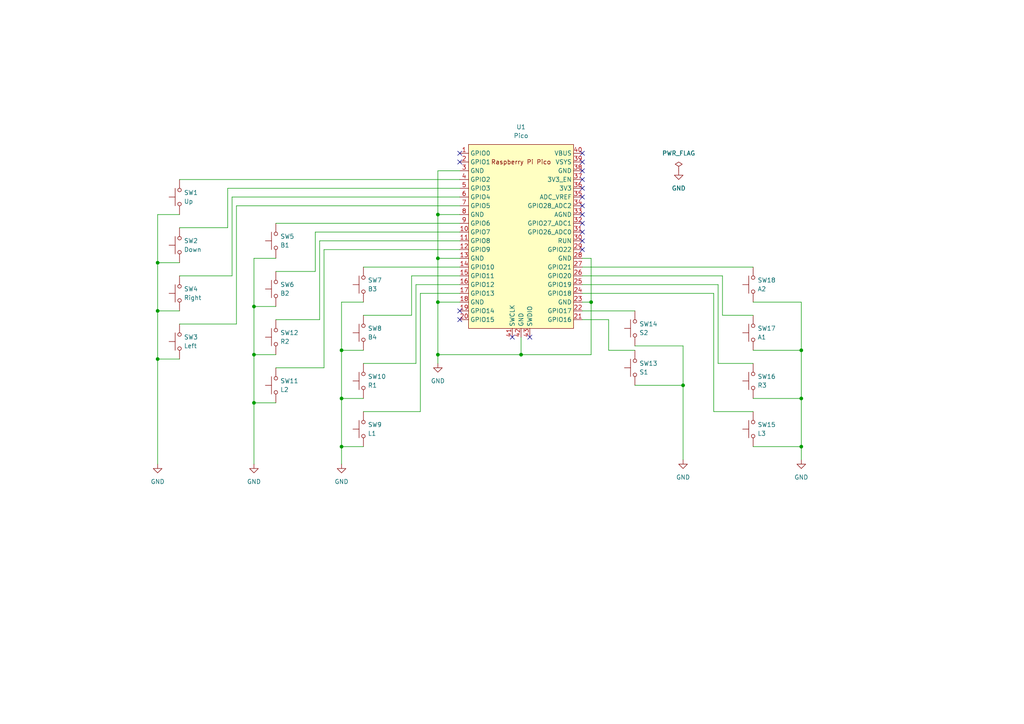
<source format=kicad_sch>
(kicad_sch (version 20230121) (generator eeschema)

  (uuid c62fe72f-3398-4c65-aabd-7526b9fed17b)

  (paper "A4")

  (lib_symbols
    (symbol "MCU_RaspberryPi_and_Boards:Pico" (in_bom yes) (on_board yes)
      (property "Reference" "U" (at -13.97 27.94 0)
        (effects (font (size 1.27 1.27)))
      )
      (property "Value" "Pico" (at 0 19.05 0)
        (effects (font (size 1.27 1.27)))
      )
      (property "Footprint" "RPi_Pico:RPi_Pico_SMD_TH" (at 0 0 90)
        (effects (font (size 1.27 1.27)) hide)
      )
      (property "Datasheet" "" (at 0 0 0)
        (effects (font (size 1.27 1.27)) hide)
      )
      (symbol "Pico_0_0"
        (text "Raspberry Pi Pico" (at 0 21.59 0)
          (effects (font (size 1.27 1.27)))
        )
      )
      (symbol "Pico_0_1"
        (rectangle (start -15.24 26.67) (end 15.24 -26.67)
          (stroke (width 0) (type default))
          (fill (type background))
        )
      )
      (symbol "Pico_1_1"
        (pin bidirectional line (at -17.78 24.13 0) (length 2.54)
          (name "GPIO0" (effects (font (size 1.27 1.27))))
          (number "1" (effects (font (size 1.27 1.27))))
        )
        (pin bidirectional line (at -17.78 1.27 0) (length 2.54)
          (name "GPIO7" (effects (font (size 1.27 1.27))))
          (number "10" (effects (font (size 1.27 1.27))))
        )
        (pin bidirectional line (at -17.78 -1.27 0) (length 2.54)
          (name "GPIO8" (effects (font (size 1.27 1.27))))
          (number "11" (effects (font (size 1.27 1.27))))
        )
        (pin bidirectional line (at -17.78 -3.81 0) (length 2.54)
          (name "GPIO9" (effects (font (size 1.27 1.27))))
          (number "12" (effects (font (size 1.27 1.27))))
        )
        (pin power_in line (at -17.78 -6.35 0) (length 2.54)
          (name "GND" (effects (font (size 1.27 1.27))))
          (number "13" (effects (font (size 1.27 1.27))))
        )
        (pin bidirectional line (at -17.78 -8.89 0) (length 2.54)
          (name "GPIO10" (effects (font (size 1.27 1.27))))
          (number "14" (effects (font (size 1.27 1.27))))
        )
        (pin bidirectional line (at -17.78 -11.43 0) (length 2.54)
          (name "GPIO11" (effects (font (size 1.27 1.27))))
          (number "15" (effects (font (size 1.27 1.27))))
        )
        (pin bidirectional line (at -17.78 -13.97 0) (length 2.54)
          (name "GPIO12" (effects (font (size 1.27 1.27))))
          (number "16" (effects (font (size 1.27 1.27))))
        )
        (pin bidirectional line (at -17.78 -16.51 0) (length 2.54)
          (name "GPIO13" (effects (font (size 1.27 1.27))))
          (number "17" (effects (font (size 1.27 1.27))))
        )
        (pin power_in line (at -17.78 -19.05 0) (length 2.54)
          (name "GND" (effects (font (size 1.27 1.27))))
          (number "18" (effects (font (size 1.27 1.27))))
        )
        (pin bidirectional line (at -17.78 -21.59 0) (length 2.54)
          (name "GPIO14" (effects (font (size 1.27 1.27))))
          (number "19" (effects (font (size 1.27 1.27))))
        )
        (pin bidirectional line (at -17.78 21.59 0) (length 2.54)
          (name "GPIO1" (effects (font (size 1.27 1.27))))
          (number "2" (effects (font (size 1.27 1.27))))
        )
        (pin bidirectional line (at -17.78 -24.13 0) (length 2.54)
          (name "GPIO15" (effects (font (size 1.27 1.27))))
          (number "20" (effects (font (size 1.27 1.27))))
        )
        (pin bidirectional line (at 17.78 -24.13 180) (length 2.54)
          (name "GPIO16" (effects (font (size 1.27 1.27))))
          (number "21" (effects (font (size 1.27 1.27))))
        )
        (pin bidirectional line (at 17.78 -21.59 180) (length 2.54)
          (name "GPIO17" (effects (font (size 1.27 1.27))))
          (number "22" (effects (font (size 1.27 1.27))))
        )
        (pin power_in line (at 17.78 -19.05 180) (length 2.54)
          (name "GND" (effects (font (size 1.27 1.27))))
          (number "23" (effects (font (size 1.27 1.27))))
        )
        (pin bidirectional line (at 17.78 -16.51 180) (length 2.54)
          (name "GPIO18" (effects (font (size 1.27 1.27))))
          (number "24" (effects (font (size 1.27 1.27))))
        )
        (pin bidirectional line (at 17.78 -13.97 180) (length 2.54)
          (name "GPIO19" (effects (font (size 1.27 1.27))))
          (number "25" (effects (font (size 1.27 1.27))))
        )
        (pin bidirectional line (at 17.78 -11.43 180) (length 2.54)
          (name "GPIO20" (effects (font (size 1.27 1.27))))
          (number "26" (effects (font (size 1.27 1.27))))
        )
        (pin bidirectional line (at 17.78 -8.89 180) (length 2.54)
          (name "GPIO21" (effects (font (size 1.27 1.27))))
          (number "27" (effects (font (size 1.27 1.27))))
        )
        (pin power_in line (at 17.78 -6.35 180) (length 2.54)
          (name "GND" (effects (font (size 1.27 1.27))))
          (number "28" (effects (font (size 1.27 1.27))))
        )
        (pin bidirectional line (at 17.78 -3.81 180) (length 2.54)
          (name "GPIO22" (effects (font (size 1.27 1.27))))
          (number "29" (effects (font (size 1.27 1.27))))
        )
        (pin power_in line (at -17.78 19.05 0) (length 2.54)
          (name "GND" (effects (font (size 1.27 1.27))))
          (number "3" (effects (font (size 1.27 1.27))))
        )
        (pin input line (at 17.78 -1.27 180) (length 2.54)
          (name "RUN" (effects (font (size 1.27 1.27))))
          (number "30" (effects (font (size 1.27 1.27))))
        )
        (pin bidirectional line (at 17.78 1.27 180) (length 2.54)
          (name "GPIO26_ADC0" (effects (font (size 1.27 1.27))))
          (number "31" (effects (font (size 1.27 1.27))))
        )
        (pin bidirectional line (at 17.78 3.81 180) (length 2.54)
          (name "GPIO27_ADC1" (effects (font (size 1.27 1.27))))
          (number "32" (effects (font (size 1.27 1.27))))
        )
        (pin power_in line (at 17.78 6.35 180) (length 2.54)
          (name "AGND" (effects (font (size 1.27 1.27))))
          (number "33" (effects (font (size 1.27 1.27))))
        )
        (pin bidirectional line (at 17.78 8.89 180) (length 2.54)
          (name "GPIO28_ADC2" (effects (font (size 1.27 1.27))))
          (number "34" (effects (font (size 1.27 1.27))))
        )
        (pin power_in line (at 17.78 11.43 180) (length 2.54)
          (name "ADC_VREF" (effects (font (size 1.27 1.27))))
          (number "35" (effects (font (size 1.27 1.27))))
        )
        (pin power_in line (at 17.78 13.97 180) (length 2.54)
          (name "3V3" (effects (font (size 1.27 1.27))))
          (number "36" (effects (font (size 1.27 1.27))))
        )
        (pin input line (at 17.78 16.51 180) (length 2.54)
          (name "3V3_EN" (effects (font (size 1.27 1.27))))
          (number "37" (effects (font (size 1.27 1.27))))
        )
        (pin bidirectional line (at 17.78 19.05 180) (length 2.54)
          (name "GND" (effects (font (size 1.27 1.27))))
          (number "38" (effects (font (size 1.27 1.27))))
        )
        (pin power_in line (at 17.78 21.59 180) (length 2.54)
          (name "VSYS" (effects (font (size 1.27 1.27))))
          (number "39" (effects (font (size 1.27 1.27))))
        )
        (pin bidirectional line (at -17.78 16.51 0) (length 2.54)
          (name "GPIO2" (effects (font (size 1.27 1.27))))
          (number "4" (effects (font (size 1.27 1.27))))
        )
        (pin power_in line (at 17.78 24.13 180) (length 2.54)
          (name "VBUS" (effects (font (size 1.27 1.27))))
          (number "40" (effects (font (size 1.27 1.27))))
        )
        (pin input line (at -2.54 -29.21 90) (length 2.54)
          (name "SWCLK" (effects (font (size 1.27 1.27))))
          (number "41" (effects (font (size 1.27 1.27))))
        )
        (pin power_in line (at 0 -29.21 90) (length 2.54)
          (name "GND" (effects (font (size 1.27 1.27))))
          (number "42" (effects (font (size 1.27 1.27))))
        )
        (pin bidirectional line (at 2.54 -29.21 90) (length 2.54)
          (name "SWDIO" (effects (font (size 1.27 1.27))))
          (number "43" (effects (font (size 1.27 1.27))))
        )
        (pin bidirectional line (at -17.78 13.97 0) (length 2.54)
          (name "GPIO3" (effects (font (size 1.27 1.27))))
          (number "5" (effects (font (size 1.27 1.27))))
        )
        (pin bidirectional line (at -17.78 11.43 0) (length 2.54)
          (name "GPIO4" (effects (font (size 1.27 1.27))))
          (number "6" (effects (font (size 1.27 1.27))))
        )
        (pin bidirectional line (at -17.78 8.89 0) (length 2.54)
          (name "GPIO5" (effects (font (size 1.27 1.27))))
          (number "7" (effects (font (size 1.27 1.27))))
        )
        (pin power_in line (at -17.78 6.35 0) (length 2.54)
          (name "GND" (effects (font (size 1.27 1.27))))
          (number "8" (effects (font (size 1.27 1.27))))
        )
        (pin bidirectional line (at -17.78 3.81 0) (length 2.54)
          (name "GPIO6" (effects (font (size 1.27 1.27))))
          (number "9" (effects (font (size 1.27 1.27))))
        )
      )
    )
    (symbol "Switch:SW_Push" (pin_numbers hide) (pin_names (offset 1.016) hide) (in_bom yes) (on_board yes)
      (property "Reference" "SW" (at 1.27 2.54 0)
        (effects (font (size 1.27 1.27)) (justify left))
      )
      (property "Value" "SW_Push" (at 0 -1.524 0)
        (effects (font (size 1.27 1.27)))
      )
      (property "Footprint" "" (at 0 5.08 0)
        (effects (font (size 1.27 1.27)) hide)
      )
      (property "Datasheet" "~" (at 0 5.08 0)
        (effects (font (size 1.27 1.27)) hide)
      )
      (property "ki_keywords" "switch normally-open pushbutton push-button" (at 0 0 0)
        (effects (font (size 1.27 1.27)) hide)
      )
      (property "ki_description" "Push button switch, generic, two pins" (at 0 0 0)
        (effects (font (size 1.27 1.27)) hide)
      )
      (symbol "SW_Push_0_1"
        (circle (center -2.032 0) (radius 0.508)
          (stroke (width 0) (type default))
          (fill (type none))
        )
        (polyline
          (pts
            (xy 0 1.27)
            (xy 0 3.048)
          )
          (stroke (width 0) (type default))
          (fill (type none))
        )
        (polyline
          (pts
            (xy 2.54 1.27)
            (xy -2.54 1.27)
          )
          (stroke (width 0) (type default))
          (fill (type none))
        )
        (circle (center 2.032 0) (radius 0.508)
          (stroke (width 0) (type default))
          (fill (type none))
        )
        (pin passive line (at -5.08 0 0) (length 2.54)
          (name "1" (effects (font (size 1.27 1.27))))
          (number "1" (effects (font (size 1.27 1.27))))
        )
        (pin passive line (at 5.08 0 180) (length 2.54)
          (name "2" (effects (font (size 1.27 1.27))))
          (number "2" (effects (font (size 1.27 1.27))))
        )
      )
    )
    (symbol "power:GND" (power) (pin_names (offset 0)) (in_bom yes) (on_board yes)
      (property "Reference" "#PWR" (at 0 -6.35 0)
        (effects (font (size 1.27 1.27)) hide)
      )
      (property "Value" "GND" (at 0 -3.81 0)
        (effects (font (size 1.27 1.27)))
      )
      (property "Footprint" "" (at 0 0 0)
        (effects (font (size 1.27 1.27)) hide)
      )
      (property "Datasheet" "" (at 0 0 0)
        (effects (font (size 1.27 1.27)) hide)
      )
      (property "ki_keywords" "global power" (at 0 0 0)
        (effects (font (size 1.27 1.27)) hide)
      )
      (property "ki_description" "Power symbol creates a global label with name \"GND\" , ground" (at 0 0 0)
        (effects (font (size 1.27 1.27)) hide)
      )
      (symbol "GND_0_1"
        (polyline
          (pts
            (xy 0 0)
            (xy 0 -1.27)
            (xy 1.27 -1.27)
            (xy 0 -2.54)
            (xy -1.27 -1.27)
            (xy 0 -1.27)
          )
          (stroke (width 0) (type default))
          (fill (type none))
        )
      )
      (symbol "GND_1_1"
        (pin power_in line (at 0 0 270) (length 0) hide
          (name "GND" (effects (font (size 1.27 1.27))))
          (number "1" (effects (font (size 1.27 1.27))))
        )
      )
    )
    (symbol "power:PWR_FLAG" (power) (pin_numbers hide) (pin_names (offset 0) hide) (in_bom yes) (on_board yes)
      (property "Reference" "#FLG" (at 0 1.905 0)
        (effects (font (size 1.27 1.27)) hide)
      )
      (property "Value" "PWR_FLAG" (at 0 3.81 0)
        (effects (font (size 1.27 1.27)))
      )
      (property "Footprint" "" (at 0 0 0)
        (effects (font (size 1.27 1.27)) hide)
      )
      (property "Datasheet" "~" (at 0 0 0)
        (effects (font (size 1.27 1.27)) hide)
      )
      (property "ki_keywords" "flag power" (at 0 0 0)
        (effects (font (size 1.27 1.27)) hide)
      )
      (property "ki_description" "Special symbol for telling ERC where power comes from" (at 0 0 0)
        (effects (font (size 1.27 1.27)) hide)
      )
      (symbol "PWR_FLAG_0_0"
        (pin power_out line (at 0 0 90) (length 0)
          (name "pwr" (effects (font (size 1.27 1.27))))
          (number "1" (effects (font (size 1.27 1.27))))
        )
      )
      (symbol "PWR_FLAG_0_1"
        (polyline
          (pts
            (xy 0 0)
            (xy 0 1.27)
            (xy -1.016 1.905)
            (xy 0 2.54)
            (xy 1.016 1.905)
            (xy 0 1.27)
          )
          (stroke (width 0) (type default))
          (fill (type none))
        )
      )
    )
  )

  (junction (at 151.13 102.87) (diameter 0) (color 0 0 0 0)
    (uuid 0a254aeb-4661-4129-8531-75e229b14aac)
  )
  (junction (at 99.06 101.6) (diameter 0) (color 0 0 0 0)
    (uuid 134adae5-5cb8-4bb4-b7a4-0f161548efd3)
  )
  (junction (at 198.12 111.76) (diameter 0) (color 0 0 0 0)
    (uuid 4d4b2106-6380-4f89-affa-ca4566770af5)
  )
  (junction (at 127 74.93) (diameter 0) (color 0 0 0 0)
    (uuid 5535e512-f7ca-4662-b45e-b9580b42e2eb)
  )
  (junction (at 171.45 87.63) (diameter 0) (color 0 0 0 0)
    (uuid 63098e41-16a4-407a-ba17-fcf651325fea)
  )
  (junction (at 73.66 116.84) (diameter 0) (color 0 0 0 0)
    (uuid 678e6499-9be6-4795-a6fb-24125abb9fe4)
  )
  (junction (at 232.41 101.6) (diameter 0) (color 0 0 0 0)
    (uuid 95b2aecb-378e-4e4a-90a1-c99d57343404)
  )
  (junction (at 73.66 88.9) (diameter 0) (color 0 0 0 0)
    (uuid 9c040be1-45d4-4a44-820e-65e70ca2846f)
  )
  (junction (at 127 87.63) (diameter 0) (color 0 0 0 0)
    (uuid 9cabca2a-4512-46b2-bf78-2c3eb9cfc800)
  )
  (junction (at 45.72 90.17) (diameter 0) (color 0 0 0 0)
    (uuid bafe2b01-ae53-49a5-bcbc-7382dc71b6f2)
  )
  (junction (at 73.66 102.87) (diameter 0) (color 0 0 0 0)
    (uuid bdc5a952-58a9-4840-9ea7-b1df9330ed78)
  )
  (junction (at 127 102.87) (diameter 0) (color 0 0 0 0)
    (uuid c20b1f80-d14a-43ab-99f5-498823512b35)
  )
  (junction (at 232.41 115.57) (diameter 0) (color 0 0 0 0)
    (uuid c3513fde-4620-418f-a11d-e394c1fee2c1)
  )
  (junction (at 127 62.23) (diameter 0) (color 0 0 0 0)
    (uuid c53aeefc-9deb-428b-9222-cfd023735fb2)
  )
  (junction (at 99.06 115.57) (diameter 0) (color 0 0 0 0)
    (uuid c74fa648-2666-45cf-9fee-384804d90143)
  )
  (junction (at 45.72 76.2) (diameter 0) (color 0 0 0 0)
    (uuid c88c0bd5-fab4-4f9a-b04b-3511c4b0d57a)
  )
  (junction (at 45.72 104.14) (diameter 0) (color 0 0 0 0)
    (uuid d5ff3a39-2582-4ea8-ad83-a47b72fb9197)
  )
  (junction (at 99.06 129.54) (diameter 0) (color 0 0 0 0)
    (uuid dca9739f-b057-4958-89f7-f2fab0865847)
  )
  (junction (at 232.41 129.54) (diameter 0) (color 0 0 0 0)
    (uuid fc724de2-f925-4161-b584-7351550156c6)
  )

  (no_connect (at 168.91 44.45) (uuid 0a676504-f7b5-4d50-b49d-f61cda16cd49))
  (no_connect (at 168.91 49.53) (uuid 10c49815-0009-4d5d-a732-2919036bbea3))
  (no_connect (at 168.91 72.39) (uuid 1e248d72-6406-4920-9fe2-fab5c61c7d29))
  (no_connect (at 168.91 67.31) (uuid 21632d0f-e671-47e0-81ff-9504db0fdd61))
  (no_connect (at 168.91 64.77) (uuid 24f34921-5cdc-438e-a784-4caa584d9155))
  (no_connect (at 148.59 97.79) (uuid 265e609e-c64d-4c28-bcd9-d763760b80e3))
  (no_connect (at 133.35 90.17) (uuid 2b9672ee-296f-4fb8-8d1b-c9d7aa82f075))
  (no_connect (at 168.91 46.99) (uuid 2ba286a2-bc58-4016-ad44-aaa14763ec4b))
  (no_connect (at 168.91 54.61) (uuid 4e0627f4-93b6-4c92-a83b-9e530ee51410))
  (no_connect (at 168.91 57.15) (uuid 66687964-d924-4f21-84fc-de45255bb362))
  (no_connect (at 153.67 97.79) (uuid 66f64666-ab23-423b-96a5-d53e783139b1))
  (no_connect (at 168.91 69.85) (uuid 80b01759-db96-498e-9db5-bb566cbcd090))
  (no_connect (at 133.35 46.99) (uuid 8c57ecb5-c5dc-4661-8527-b3ab2425971d))
  (no_connect (at 168.91 62.23) (uuid aa0023de-c492-465c-9d76-4c4184c0f606))
  (no_connect (at 133.35 92.71) (uuid c50abcd3-22c1-40c3-ba8f-53b01cddb893))
  (no_connect (at 168.91 52.07) (uuid d0f00117-a0e6-4725-81f2-8bf8478d607b))
  (no_connect (at 168.91 59.69) (uuid e25174eb-57e6-4897-aceb-00d5e9c71564))
  (no_connect (at 133.35 44.45) (uuid f3b2a053-48c7-4b63-bc1e-6f46cac6ea3f))

  (wire (pts (xy 93.98 72.39) (xy 133.35 72.39))
    (stroke (width 0) (type default))
    (uuid 0034d07a-8466-4cc4-9007-4b2107e68709)
  )
  (wire (pts (xy 67.31 80.01) (xy 52.07 80.01))
    (stroke (width 0) (type default))
    (uuid 00a7328d-750e-4754-8c98-31c34b4bca43)
  )
  (wire (pts (xy 232.41 87.63) (xy 232.41 101.6))
    (stroke (width 0) (type default))
    (uuid 0177edf2-55d4-4d65-976e-9f5a91c2739c)
  )
  (wire (pts (xy 45.72 90.17) (xy 52.07 90.17))
    (stroke (width 0) (type default))
    (uuid 03775234-5685-408a-8524-80a17f56e20b)
  )
  (wire (pts (xy 198.12 100.33) (xy 198.12 111.76))
    (stroke (width 0) (type default))
    (uuid 03831461-f804-4982-9994-af786e3cf5ab)
  )
  (wire (pts (xy 127 62.23) (xy 133.35 62.23))
    (stroke (width 0) (type default))
    (uuid 05623e29-0102-45fa-b102-897639297f51)
  )
  (wire (pts (xy 80.01 64.77) (xy 133.35 64.77))
    (stroke (width 0) (type default))
    (uuid 080621ce-3c52-4e25-bc57-4848fbd926cc)
  )
  (wire (pts (xy 218.44 129.54) (xy 232.41 129.54))
    (stroke (width 0) (type default))
    (uuid 0b75b8e2-791c-4295-9537-82ca83a820b2)
  )
  (wire (pts (xy 92.71 69.85) (xy 133.35 69.85))
    (stroke (width 0) (type default))
    (uuid 1064a20c-a512-4b1b-98ba-91cfaa155979)
  )
  (wire (pts (xy 73.66 88.9) (xy 80.01 88.9))
    (stroke (width 0) (type default))
    (uuid 18df8488-1e3c-4fd4-bcac-ed18546246e8)
  )
  (wire (pts (xy 73.66 74.93) (xy 73.66 88.9))
    (stroke (width 0) (type default))
    (uuid 1a015356-0423-425c-bd71-49f683ed035e)
  )
  (wire (pts (xy 73.66 102.87) (xy 80.01 102.87))
    (stroke (width 0) (type default))
    (uuid 1ff78508-60b4-4bee-b5f4-18f0f6628404)
  )
  (wire (pts (xy 52.07 93.98) (xy 68.58 93.98))
    (stroke (width 0) (type default))
    (uuid 21236442-ed14-40e5-b99b-0ff0f730e1b7)
  )
  (wire (pts (xy 99.06 101.6) (xy 99.06 115.57))
    (stroke (width 0) (type default))
    (uuid 223b5202-8970-40f5-be05-46eb57ac640f)
  )
  (wire (pts (xy 73.66 116.84) (xy 73.66 134.62))
    (stroke (width 0) (type default))
    (uuid 257836ab-1dc6-498a-82da-ab1ebe88c228)
  )
  (wire (pts (xy 208.28 82.55) (xy 208.28 105.41))
    (stroke (width 0) (type default))
    (uuid 297ca351-0e1e-4c92-9b72-0f7300b53afa)
  )
  (wire (pts (xy 91.44 67.31) (xy 133.35 67.31))
    (stroke (width 0) (type default))
    (uuid 2a3c7871-d29e-4d26-87ec-7f59d91d1a01)
  )
  (wire (pts (xy 52.07 62.23) (xy 45.72 62.23))
    (stroke (width 0) (type default))
    (uuid 2d8631fe-5f26-41ef-a16f-b9609d5e20f8)
  )
  (wire (pts (xy 66.04 66.04) (xy 66.04 54.61))
    (stroke (width 0) (type default))
    (uuid 31945093-4af4-40c8-be69-f07c989c9327)
  )
  (wire (pts (xy 119.38 80.01) (xy 133.35 80.01))
    (stroke (width 0) (type default))
    (uuid 3347f2cc-ddbf-4339-9a6c-a37fb10c6ee3)
  )
  (wire (pts (xy 68.58 59.69) (xy 133.35 59.69))
    (stroke (width 0) (type default))
    (uuid 33f751d2-9941-4ffd-9a21-779d2e6c4950)
  )
  (wire (pts (xy 80.01 78.74) (xy 91.44 78.74))
    (stroke (width 0) (type default))
    (uuid 3553694b-dc74-4927-9ee9-70be6f61666f)
  )
  (wire (pts (xy 127 102.87) (xy 127 105.41))
    (stroke (width 0) (type default))
    (uuid 374815ca-2fc3-4ca9-8f0a-3485b0d0c944)
  )
  (wire (pts (xy 171.45 87.63) (xy 171.45 102.87))
    (stroke (width 0) (type default))
    (uuid 3850c07a-930a-4692-aa86-e5bd138a72f7)
  )
  (wire (pts (xy 168.91 77.47) (xy 218.44 77.47))
    (stroke (width 0) (type default))
    (uuid 395cf2a8-f3ae-4087-8361-794b09464905)
  )
  (wire (pts (xy 67.31 57.15) (xy 67.31 80.01))
    (stroke (width 0) (type default))
    (uuid 3cb35147-8215-4ff9-9d71-97b5647e7f3c)
  )
  (wire (pts (xy 168.91 82.55) (xy 208.28 82.55))
    (stroke (width 0) (type default))
    (uuid 40056dd6-480e-43a5-96da-0e50b9b6836b)
  )
  (wire (pts (xy 92.71 92.71) (xy 80.01 92.71))
    (stroke (width 0) (type default))
    (uuid 410eb4f3-3432-4e82-97a0-ce09842b851b)
  )
  (wire (pts (xy 93.98 106.68) (xy 93.98 72.39))
    (stroke (width 0) (type default))
    (uuid 4185cb7e-41a3-4033-aa87-8cba658dcdcd)
  )
  (wire (pts (xy 99.06 129.54) (xy 99.06 134.62))
    (stroke (width 0) (type default))
    (uuid 46d8e5ee-8631-4eee-99fc-92d195d8ecac)
  )
  (wire (pts (xy 92.71 69.85) (xy 92.71 92.71))
    (stroke (width 0) (type default))
    (uuid 485a5da6-4d35-4f59-8f5a-d4b34fac0341)
  )
  (wire (pts (xy 151.13 97.79) (xy 151.13 102.87))
    (stroke (width 0) (type default))
    (uuid 492005f9-b823-486e-acb4-1f9bb50ad657)
  )
  (wire (pts (xy 80.01 74.93) (xy 73.66 74.93))
    (stroke (width 0) (type default))
    (uuid 50674b90-0640-4282-9fb5-739acafb9595)
  )
  (wire (pts (xy 127 74.93) (xy 127 87.63))
    (stroke (width 0) (type default))
    (uuid 507a5709-1ca8-4e36-b222-743a425eb231)
  )
  (wire (pts (xy 121.92 85.09) (xy 133.35 85.09))
    (stroke (width 0) (type default))
    (uuid 50dad72f-7f9f-4a8c-a0ca-2f461afbcfa7)
  )
  (wire (pts (xy 105.41 77.47) (xy 133.35 77.47))
    (stroke (width 0) (type default))
    (uuid 53331b87-3cfb-4358-b92f-9e943922add2)
  )
  (wire (pts (xy 168.91 90.17) (xy 184.15 90.17))
    (stroke (width 0) (type default))
    (uuid 54baee33-cae3-4ead-b67a-56f4e3b82559)
  )
  (wire (pts (xy 218.44 101.6) (xy 232.41 101.6))
    (stroke (width 0) (type default))
    (uuid 5898a0f6-dcfc-4099-a1e8-da181ad16f98)
  )
  (wire (pts (xy 99.06 115.57) (xy 105.41 115.57))
    (stroke (width 0) (type default))
    (uuid 5ac0cc03-bd9e-497b-ac66-f8cb14400d3d)
  )
  (wire (pts (xy 73.66 88.9) (xy 73.66 102.87))
    (stroke (width 0) (type default))
    (uuid 5c9a1be9-2055-4c80-ba21-e28ecee49d80)
  )
  (wire (pts (xy 105.41 119.38) (xy 121.92 119.38))
    (stroke (width 0) (type default))
    (uuid 61f498e2-4d52-4163-a65e-2d9355e00730)
  )
  (wire (pts (xy 45.72 104.14) (xy 45.72 134.62))
    (stroke (width 0) (type default))
    (uuid 63ce9940-63ba-41ba-a632-3f0cdf9683e0)
  )
  (wire (pts (xy 127 49.53) (xy 127 62.23))
    (stroke (width 0) (type default))
    (uuid 643f3341-1656-4430-86bd-f27c325bbdcf)
  )
  (wire (pts (xy 168.91 74.93) (xy 171.45 74.93))
    (stroke (width 0) (type default))
    (uuid 6467ea27-8195-4b45-a027-309ef33e3025)
  )
  (wire (pts (xy 209.55 80.01) (xy 209.55 91.44))
    (stroke (width 0) (type default))
    (uuid 6a010b11-63b7-41c1-b7c9-0f51c4a9baca)
  )
  (wire (pts (xy 127 62.23) (xy 127 74.93))
    (stroke (width 0) (type default))
    (uuid 6a7b9adf-30ff-46eb-a82d-babbc6c6c868)
  )
  (wire (pts (xy 127 87.63) (xy 133.35 87.63))
    (stroke (width 0) (type default))
    (uuid 6ba1bfb2-6eac-4010-b8fd-7ad1e0f2f827)
  )
  (wire (pts (xy 73.66 116.84) (xy 80.01 116.84))
    (stroke (width 0) (type default))
    (uuid 73bd24f0-f965-4f04-968c-da159440b3ce)
  )
  (wire (pts (xy 99.06 115.57) (xy 99.06 129.54))
    (stroke (width 0) (type default))
    (uuid 777c6379-4898-4894-86f2-20763f7c63be)
  )
  (wire (pts (xy 168.91 80.01) (xy 209.55 80.01))
    (stroke (width 0) (type default))
    (uuid 7919f53f-f10f-4ac7-863d-572eb4c76545)
  )
  (wire (pts (xy 45.72 62.23) (xy 45.72 76.2))
    (stroke (width 0) (type default))
    (uuid 7c7342a3-9d6f-4f75-9f3d-e116eaef90f1)
  )
  (wire (pts (xy 171.45 102.87) (xy 151.13 102.87))
    (stroke (width 0) (type default))
    (uuid 7cfa2680-5d21-4bd3-bf26-05e02ead95d3)
  )
  (wire (pts (xy 207.01 119.38) (xy 218.44 119.38))
    (stroke (width 0) (type default))
    (uuid 7d7ce679-e526-48a6-be97-d6594814d449)
  )
  (wire (pts (xy 52.07 66.04) (xy 66.04 66.04))
    (stroke (width 0) (type default))
    (uuid 806dbdf2-badf-43aa-a888-be9ffe704d57)
  )
  (wire (pts (xy 73.66 102.87) (xy 73.66 116.84))
    (stroke (width 0) (type default))
    (uuid 87431ed0-f562-4f71-9d56-9763ecf5f4ae)
  )
  (wire (pts (xy 218.44 87.63) (xy 232.41 87.63))
    (stroke (width 0) (type default))
    (uuid 88365aca-f873-4c1f-94f1-2c1d2d61fd27)
  )
  (wire (pts (xy 66.04 54.61) (xy 133.35 54.61))
    (stroke (width 0) (type default))
    (uuid 88a2d3c2-e7ee-4a79-afff-5a3885710a06)
  )
  (wire (pts (xy 176.53 92.71) (xy 176.53 101.6))
    (stroke (width 0) (type default))
    (uuid 8b865d85-5df7-4330-afdd-0c58243bea6b)
  )
  (wire (pts (xy 91.44 78.74) (xy 91.44 67.31))
    (stroke (width 0) (type default))
    (uuid 8f09ae70-75ac-49e7-8db6-fb37a3eedb05)
  )
  (wire (pts (xy 184.15 111.76) (xy 198.12 111.76))
    (stroke (width 0) (type default))
    (uuid 90b97868-3948-4cf5-bbda-e79f39782a32)
  )
  (wire (pts (xy 120.65 82.55) (xy 120.65 105.41))
    (stroke (width 0) (type default))
    (uuid 93b7a117-a7e4-40c0-972d-286a39dfdd3a)
  )
  (wire (pts (xy 232.41 129.54) (xy 232.41 133.35))
    (stroke (width 0) (type default))
    (uuid 93ed0268-0645-46c1-9ffe-506ffeea1918)
  )
  (wire (pts (xy 176.53 101.6) (xy 184.15 101.6))
    (stroke (width 0) (type default))
    (uuid 9422d869-97d9-49f1-aefb-7134a27f5d4e)
  )
  (wire (pts (xy 168.91 92.71) (xy 176.53 92.71))
    (stroke (width 0) (type default))
    (uuid 94692a4e-4756-48d1-8f40-937e7e6035b8)
  )
  (wire (pts (xy 121.92 119.38) (xy 121.92 85.09))
    (stroke (width 0) (type default))
    (uuid 94bb0172-2dd2-45a5-979b-532545b17ccc)
  )
  (wire (pts (xy 45.72 104.14) (xy 52.07 104.14))
    (stroke (width 0) (type default))
    (uuid a034f87c-ac3f-418e-9c59-cc3d3870b0b9)
  )
  (wire (pts (xy 45.72 76.2) (xy 52.07 76.2))
    (stroke (width 0) (type default))
    (uuid a75b9f4f-ec06-4884-9d4f-3d1f16927e02)
  )
  (wire (pts (xy 68.58 93.98) (xy 68.58 59.69))
    (stroke (width 0) (type default))
    (uuid a89135a9-6ad9-4dfc-8a52-ff45bec84efb)
  )
  (wire (pts (xy 218.44 115.57) (xy 232.41 115.57))
    (stroke (width 0) (type default))
    (uuid a9faca80-7c18-47dc-9eb0-cd94d579b64e)
  )
  (wire (pts (xy 209.55 91.44) (xy 218.44 91.44))
    (stroke (width 0) (type default))
    (uuid aa69627a-a25a-46b8-8ecf-f9472f0a7b88)
  )
  (wire (pts (xy 99.06 101.6) (xy 105.41 101.6))
    (stroke (width 0) (type default))
    (uuid ac2eb0c9-b882-4b1c-904c-504b71b1c055)
  )
  (wire (pts (xy 208.28 105.41) (xy 218.44 105.41))
    (stroke (width 0) (type default))
    (uuid b18360a0-f96b-4c1f-a6df-9fd76117cd57)
  )
  (wire (pts (xy 207.01 85.09) (xy 207.01 119.38))
    (stroke (width 0) (type default))
    (uuid b43d2961-fce4-49da-893a-bf1ef8757ae5)
  )
  (wire (pts (xy 45.72 76.2) (xy 45.72 90.17))
    (stroke (width 0) (type default))
    (uuid b6947d7d-48a1-4faa-87b7-f426cd672033)
  )
  (wire (pts (xy 198.12 111.76) (xy 198.12 133.35))
    (stroke (width 0) (type default))
    (uuid b8cfb5ac-e537-4301-81e8-087600d90440)
  )
  (wire (pts (xy 67.31 57.15) (xy 133.35 57.15))
    (stroke (width 0) (type default))
    (uuid bacd3ba0-ab4d-4cb3-8c91-eed1df468c0c)
  )
  (wire (pts (xy 127 74.93) (xy 133.35 74.93))
    (stroke (width 0) (type default))
    (uuid be87eb2f-1589-4e61-8590-59a4e62ea06b)
  )
  (wire (pts (xy 232.41 115.57) (xy 232.41 129.54))
    (stroke (width 0) (type default))
    (uuid cab76e21-9bc1-4ec3-9bb6-01b5d4d7238c)
  )
  (wire (pts (xy 52.07 52.07) (xy 133.35 52.07))
    (stroke (width 0) (type default))
    (uuid cbb2684d-f609-4220-b2a6-4d8d91861598)
  )
  (wire (pts (xy 168.91 87.63) (xy 171.45 87.63))
    (stroke (width 0) (type default))
    (uuid ced2cded-e313-4beb-9a51-72c884f4beb9)
  )
  (wire (pts (xy 120.65 105.41) (xy 105.41 105.41))
    (stroke (width 0) (type default))
    (uuid d53fbce5-d3a5-47d0-8fcd-f036f3ec2bee)
  )
  (wire (pts (xy 127 87.63) (xy 127 102.87))
    (stroke (width 0) (type default))
    (uuid db8ef65c-48b8-403a-95ce-da788617dff3)
  )
  (wire (pts (xy 99.06 87.63) (xy 99.06 101.6))
    (stroke (width 0) (type default))
    (uuid dbacfb89-9e8a-42ea-9091-58e8bfaa6311)
  )
  (wire (pts (xy 120.65 82.55) (xy 133.35 82.55))
    (stroke (width 0) (type default))
    (uuid e092ba49-15ef-48ce-985c-a83c5f4ccabc)
  )
  (wire (pts (xy 127 102.87) (xy 151.13 102.87))
    (stroke (width 0) (type default))
    (uuid e2c64a28-96a2-4e9f-b007-51bccaf4ac35)
  )
  (wire (pts (xy 45.72 90.17) (xy 45.72 104.14))
    (stroke (width 0) (type default))
    (uuid e5aba28b-0ed1-4c85-95d4-a0bc3b491ecd)
  )
  (wire (pts (xy 168.91 85.09) (xy 207.01 85.09))
    (stroke (width 0) (type default))
    (uuid e828643b-4c1a-476d-b604-cba933fdfd13)
  )
  (wire (pts (xy 80.01 106.68) (xy 93.98 106.68))
    (stroke (width 0) (type default))
    (uuid eb7d82f5-c3d8-43b9-b0c1-914867ce410d)
  )
  (wire (pts (xy 232.41 101.6) (xy 232.41 115.57))
    (stroke (width 0) (type default))
    (uuid eb866529-26fc-4b2f-bbd2-494704e57a99)
  )
  (wire (pts (xy 184.15 100.33) (xy 198.12 100.33))
    (stroke (width 0) (type default))
    (uuid edf783f6-4657-4ec3-bd77-7ba490156aba)
  )
  (wire (pts (xy 171.45 74.93) (xy 171.45 87.63))
    (stroke (width 0) (type default))
    (uuid ee140702-11c7-44e3-a45d-aae27e5ed91e)
  )
  (wire (pts (xy 99.06 129.54) (xy 105.41 129.54))
    (stroke (width 0) (type default))
    (uuid f115a146-5157-40a4-82e6-b353eb0678e5)
  )
  (wire (pts (xy 105.41 91.44) (xy 119.38 91.44))
    (stroke (width 0) (type default))
    (uuid f1fe8306-eaa1-4700-bf2e-668de0a24f1f)
  )
  (wire (pts (xy 119.38 91.44) (xy 119.38 80.01))
    (stroke (width 0) (type default))
    (uuid fb508465-5296-43fc-ac10-1e8c64100ae7)
  )
  (wire (pts (xy 105.41 87.63) (xy 99.06 87.63))
    (stroke (width 0) (type default))
    (uuid fce9c8b8-0089-4a9d-a1fd-d6335e311659)
  )
  (wire (pts (xy 133.35 49.53) (xy 127 49.53))
    (stroke (width 0) (type default))
    (uuid fd0aecd3-8e71-4fdd-801b-d3c1b0a3b950)
  )

  (symbol (lib_id "Switch:SW_Push") (at 52.07 85.09 90) (unit 1)
    (in_bom yes) (on_board yes) (dnp no) (fields_autoplaced)
    (uuid 04e1fc63-11d4-464d-8da1-2ae7556550dd)
    (property "Reference" "SW4" (at 53.34 83.82 90)
      (effects (font (size 1.27 1.27)) (justify right))
    )
    (property "Value" "Right" (at 53.34 86.36 90)
      (effects (font (size 1.27 1.27)) (justify right))
    )
    (property "Footprint" "Keebio-Parts:Cherry-MX-Low-Profile" (at 46.99 85.09 0)
      (effects (font (size 1.27 1.27)) hide)
    )
    (property "Datasheet" "~" (at 46.99 85.09 0)
      (effects (font (size 1.27 1.27)) hide)
    )
    (pin "1" (uuid 4375d09f-5c7e-4bee-9f15-35cf7581ea43))
    (pin "2" (uuid f01a9607-de05-459a-811b-52f071b13f36))
    (instances
      (project "raspberry-box"
        (path "/c62fe72f-3398-4c65-aabd-7526b9fed17b"
          (reference "SW4") (unit 1)
        )
      )
    )
  )

  (symbol (lib_id "power:GND") (at 45.72 134.62 0) (unit 1)
    (in_bom yes) (on_board yes) (dnp no) (fields_autoplaced)
    (uuid 0a666265-954c-4814-9858-ed71cdd6bfb6)
    (property "Reference" "#PWR01" (at 45.72 140.97 0)
      (effects (font (size 1.27 1.27)) hide)
    )
    (property "Value" "GND" (at 45.72 139.7 0)
      (effects (font (size 1.27 1.27)))
    )
    (property "Footprint" "" (at 45.72 134.62 0)
      (effects (font (size 1.27 1.27)) hide)
    )
    (property "Datasheet" "" (at 45.72 134.62 0)
      (effects (font (size 1.27 1.27)) hide)
    )
    (pin "1" (uuid 052d43c5-c1a6-4662-93b7-2f3cd72ebc85))
    (instances
      (project "raspberry-box"
        (path "/c62fe72f-3398-4c65-aabd-7526b9fed17b"
          (reference "#PWR01") (unit 1)
        )
      )
    )
  )

  (symbol (lib_id "power:GND") (at 232.41 133.35 0) (unit 1)
    (in_bom yes) (on_board yes) (dnp no) (fields_autoplaced)
    (uuid 130d047c-cf9f-4745-ac9f-ade502668773)
    (property "Reference" "#PWR05" (at 232.41 139.7 0)
      (effects (font (size 1.27 1.27)) hide)
    )
    (property "Value" "GND" (at 232.41 138.43 0)
      (effects (font (size 1.27 1.27)))
    )
    (property "Footprint" "" (at 232.41 133.35 0)
      (effects (font (size 1.27 1.27)) hide)
    )
    (property "Datasheet" "" (at 232.41 133.35 0)
      (effects (font (size 1.27 1.27)) hide)
    )
    (pin "1" (uuid acc2441d-7e30-4124-ad08-87685151f748))
    (instances
      (project "raspberry-box"
        (path "/c62fe72f-3398-4c65-aabd-7526b9fed17b"
          (reference "#PWR05") (unit 1)
        )
      )
    )
  )

  (symbol (lib_id "Switch:SW_Push") (at 218.44 110.49 90) (unit 1)
    (in_bom yes) (on_board yes) (dnp no) (fields_autoplaced)
    (uuid 1aee47ca-97c3-43dd-abd1-c71d62e73a6a)
    (property "Reference" "SW16" (at 219.71 109.22 90)
      (effects (font (size 1.27 1.27)) (justify right))
    )
    (property "Value" "R3" (at 219.71 111.76 90)
      (effects (font (size 1.27 1.27)) (justify right))
    )
    (property "Footprint" "Keebio-Parts:Cherry-MX-Low-Profile" (at 213.36 110.49 0)
      (effects (font (size 1.27 1.27)) hide)
    )
    (property "Datasheet" "~" (at 213.36 110.49 0)
      (effects (font (size 1.27 1.27)) hide)
    )
    (pin "1" (uuid d47667ac-95b1-4f74-b234-47ac35599f62))
    (pin "2" (uuid 6b6c98ac-d906-4818-9728-6d276ef5e2c6))
    (instances
      (project "raspberry-box"
        (path "/c62fe72f-3398-4c65-aabd-7526b9fed17b"
          (reference "SW16") (unit 1)
        )
      )
    )
  )

  (symbol (lib_id "power:GND") (at 99.06 134.62 0) (unit 1)
    (in_bom yes) (on_board yes) (dnp no) (fields_autoplaced)
    (uuid 1cea15cf-29c3-4688-a1da-71ca438357e5)
    (property "Reference" "#PWR03" (at 99.06 140.97 0)
      (effects (font (size 1.27 1.27)) hide)
    )
    (property "Value" "GND" (at 99.06 139.7 0)
      (effects (font (size 1.27 1.27)))
    )
    (property "Footprint" "" (at 99.06 134.62 0)
      (effects (font (size 1.27 1.27)) hide)
    )
    (property "Datasheet" "" (at 99.06 134.62 0)
      (effects (font (size 1.27 1.27)) hide)
    )
    (pin "1" (uuid 33ff579e-ac86-4cb0-bc9c-ab68a0394685))
    (instances
      (project "raspberry-box"
        (path "/c62fe72f-3398-4c65-aabd-7526b9fed17b"
          (reference "#PWR03") (unit 1)
        )
      )
    )
  )

  (symbol (lib_id "Switch:SW_Push") (at 105.41 96.52 90) (unit 1)
    (in_bom yes) (on_board yes) (dnp no) (fields_autoplaced)
    (uuid 227ad43f-12a1-439f-bcd3-cd9f9d2c8f59)
    (property "Reference" "SW8" (at 106.68 95.25 90)
      (effects (font (size 1.27 1.27)) (justify right))
    )
    (property "Value" "B4" (at 106.68 97.79 90)
      (effects (font (size 1.27 1.27)) (justify right))
    )
    (property "Footprint" "Keebio-Parts:Cherry-MX-Low-Profile" (at 100.33 96.52 0)
      (effects (font (size 1.27 1.27)) hide)
    )
    (property "Datasheet" "~" (at 100.33 96.52 0)
      (effects (font (size 1.27 1.27)) hide)
    )
    (pin "1" (uuid b321dde1-34b4-4837-a929-c54b3fc1abe8))
    (pin "2" (uuid 46d608df-d72b-4c21-b2d8-e917d4f7ffac))
    (instances
      (project "raspberry-box"
        (path "/c62fe72f-3398-4c65-aabd-7526b9fed17b"
          (reference "SW8") (unit 1)
        )
      )
    )
  )

  (symbol (lib_id "power:GND") (at 73.66 134.62 0) (unit 1)
    (in_bom yes) (on_board yes) (dnp no) (fields_autoplaced)
    (uuid 239a7a78-8d1e-4471-95aa-c58d0bde7820)
    (property "Reference" "#PWR02" (at 73.66 140.97 0)
      (effects (font (size 1.27 1.27)) hide)
    )
    (property "Value" "GND" (at 73.66 139.7 0)
      (effects (font (size 1.27 1.27)))
    )
    (property "Footprint" "" (at 73.66 134.62 0)
      (effects (font (size 1.27 1.27)) hide)
    )
    (property "Datasheet" "" (at 73.66 134.62 0)
      (effects (font (size 1.27 1.27)) hide)
    )
    (pin "1" (uuid ea8af603-c995-4488-a60c-0541d1b567c2))
    (instances
      (project "raspberry-box"
        (path "/c62fe72f-3398-4c65-aabd-7526b9fed17b"
          (reference "#PWR02") (unit 1)
        )
      )
    )
  )

  (symbol (lib_id "power:PWR_FLAG") (at 196.85 49.53 0) (unit 1)
    (in_bom yes) (on_board yes) (dnp no) (fields_autoplaced)
    (uuid 3e3028f5-5ba4-46c5-ae50-c50c0c53c249)
    (property "Reference" "#FLG01" (at 196.85 47.625 0)
      (effects (font (size 1.27 1.27)) hide)
    )
    (property "Value" "PWR_FLAG" (at 196.85 44.45 0)
      (effects (font (size 1.27 1.27)))
    )
    (property "Footprint" "" (at 196.85 49.53 0)
      (effects (font (size 1.27 1.27)) hide)
    )
    (property "Datasheet" "~" (at 196.85 49.53 0)
      (effects (font (size 1.27 1.27)) hide)
    )
    (pin "1" (uuid 0f09c113-f0f4-446c-9ade-8bc5d25a421a))
    (instances
      (project "raspberry-box"
        (path "/c62fe72f-3398-4c65-aabd-7526b9fed17b"
          (reference "#FLG01") (unit 1)
        )
      )
    )
  )

  (symbol (lib_id "Switch:SW_Push") (at 184.15 95.25 90) (unit 1)
    (in_bom yes) (on_board yes) (dnp no) (fields_autoplaced)
    (uuid 46a20952-dc2f-42d1-a611-397d1b342398)
    (property "Reference" "SW14" (at 185.42 93.98 90)
      (effects (font (size 1.27 1.27)) (justify right))
    )
    (property "Value" "S2" (at 185.42 96.52 90)
      (effects (font (size 1.27 1.27)) (justify right))
    )
    (property "Footprint" "Keebio-Parts:Cherry-MX-Low-Profile" (at 179.07 95.25 0)
      (effects (font (size 1.27 1.27)) hide)
    )
    (property "Datasheet" "~" (at 179.07 95.25 0)
      (effects (font (size 1.27 1.27)) hide)
    )
    (pin "1" (uuid 71708667-438e-48cf-882f-5a55db4c0779))
    (pin "2" (uuid 0f9f4cbe-df3c-4b52-be85-14bdd36ec219))
    (instances
      (project "raspberry-box"
        (path "/c62fe72f-3398-4c65-aabd-7526b9fed17b"
          (reference "SW14") (unit 1)
        )
      )
    )
  )

  (symbol (lib_id "Switch:SW_Push") (at 52.07 71.12 90) (unit 1)
    (in_bom yes) (on_board yes) (dnp no) (fields_autoplaced)
    (uuid 4baf1ea2-0ec4-4303-8c5d-ba2d31c56a4f)
    (property "Reference" "SW2" (at 53.34 69.85 90)
      (effects (font (size 1.27 1.27)) (justify right))
    )
    (property "Value" "Down" (at 53.34 72.39 90)
      (effects (font (size 1.27 1.27)) (justify right))
    )
    (property "Footprint" "Keebio-Parts:Cherry-MX-Low-Profile" (at 46.99 71.12 0)
      (effects (font (size 1.27 1.27)) hide)
    )
    (property "Datasheet" "~" (at 46.99 71.12 0)
      (effects (font (size 1.27 1.27)) hide)
    )
    (pin "1" (uuid bf112377-f31e-4e17-8e45-1730ad1baa28))
    (pin "2" (uuid 0815578e-3738-4ded-9b04-98b0f5a54189))
    (instances
      (project "raspberry-box"
        (path "/c62fe72f-3398-4c65-aabd-7526b9fed17b"
          (reference "SW2") (unit 1)
        )
      )
    )
  )

  (symbol (lib_id "Switch:SW_Push") (at 105.41 124.46 90) (unit 1)
    (in_bom yes) (on_board yes) (dnp no) (fields_autoplaced)
    (uuid 4cf06643-c787-44b5-be8e-914404beb752)
    (property "Reference" "SW9" (at 106.68 123.19 90)
      (effects (font (size 1.27 1.27)) (justify right))
    )
    (property "Value" "L1" (at 106.68 125.73 90)
      (effects (font (size 1.27 1.27)) (justify right))
    )
    (property "Footprint" "Keebio-Parts:Cherry-MX-Low-Profile" (at 100.33 124.46 0)
      (effects (font (size 1.27 1.27)) hide)
    )
    (property "Datasheet" "~" (at 100.33 124.46 0)
      (effects (font (size 1.27 1.27)) hide)
    )
    (pin "1" (uuid c113f876-fb30-49de-9eb1-323b8d9c1cbe))
    (pin "2" (uuid 3ad57b37-8d2c-4030-ab9b-eb10ceab6315))
    (instances
      (project "raspberry-box"
        (path "/c62fe72f-3398-4c65-aabd-7526b9fed17b"
          (reference "SW9") (unit 1)
        )
      )
    )
  )

  (symbol (lib_id "Switch:SW_Push") (at 52.07 99.06 90) (unit 1)
    (in_bom yes) (on_board yes) (dnp no) (fields_autoplaced)
    (uuid 52ce7051-bb39-47af-a187-a6657896b230)
    (property "Reference" "SW3" (at 53.34 97.79 90)
      (effects (font (size 1.27 1.27)) (justify right))
    )
    (property "Value" "Left" (at 53.34 100.33 90)
      (effects (font (size 1.27 1.27)) (justify right))
    )
    (property "Footprint" "Keebio-Parts:Cherry-MX-Low-Profile" (at 46.99 99.06 0)
      (effects (font (size 1.27 1.27)) hide)
    )
    (property "Datasheet" "~" (at 46.99 99.06 0)
      (effects (font (size 1.27 1.27)) hide)
    )
    (pin "1" (uuid 0b4dcbb4-8a2d-417b-89f6-96175c696dfe))
    (pin "2" (uuid 1321a8c0-aa10-4829-9d2e-cb53f33b3c9d))
    (instances
      (project "raspberry-box"
        (path "/c62fe72f-3398-4c65-aabd-7526b9fed17b"
          (reference "SW3") (unit 1)
        )
      )
    )
  )

  (symbol (lib_id "power:GND") (at 127 105.41 0) (unit 1)
    (in_bom yes) (on_board yes) (dnp no) (fields_autoplaced)
    (uuid 55ad2e33-5fef-4a1f-a390-ab07c840464c)
    (property "Reference" "#PWR06" (at 127 111.76 0)
      (effects (font (size 1.27 1.27)) hide)
    )
    (property "Value" "GND" (at 127 110.49 0)
      (effects (font (size 1.27 1.27)))
    )
    (property "Footprint" "" (at 127 105.41 0)
      (effects (font (size 1.27 1.27)) hide)
    )
    (property "Datasheet" "" (at 127 105.41 0)
      (effects (font (size 1.27 1.27)) hide)
    )
    (pin "1" (uuid 98e99b50-d665-4752-b20c-3eb965322af2))
    (instances
      (project "raspberry-box"
        (path "/c62fe72f-3398-4c65-aabd-7526b9fed17b"
          (reference "#PWR06") (unit 1)
        )
      )
    )
  )

  (symbol (lib_id "Switch:SW_Push") (at 105.41 110.49 90) (unit 1)
    (in_bom yes) (on_board yes) (dnp no) (fields_autoplaced)
    (uuid 5e32389f-cedb-4fdf-88d1-834f84409f65)
    (property "Reference" "SW10" (at 106.68 109.22 90)
      (effects (font (size 1.27 1.27)) (justify right))
    )
    (property "Value" "R1" (at 106.68 111.76 90)
      (effects (font (size 1.27 1.27)) (justify right))
    )
    (property "Footprint" "Keebio-Parts:Cherry-MX-Low-Profile" (at 100.33 110.49 0)
      (effects (font (size 1.27 1.27)) hide)
    )
    (property "Datasheet" "~" (at 100.33 110.49 0)
      (effects (font (size 1.27 1.27)) hide)
    )
    (pin "1" (uuid 28636ceb-8c7a-4822-90a9-87d47431787f))
    (pin "2" (uuid 0dcb91bc-d5cf-41ca-8659-c42aa486c4ed))
    (instances
      (project "raspberry-box"
        (path "/c62fe72f-3398-4c65-aabd-7526b9fed17b"
          (reference "SW10") (unit 1)
        )
      )
    )
  )

  (symbol (lib_id "power:GND") (at 198.12 133.35 0) (unit 1)
    (in_bom yes) (on_board yes) (dnp no) (fields_autoplaced)
    (uuid 5ef6c8ba-89a1-48eb-ac5b-ebead71bf6e2)
    (property "Reference" "#PWR04" (at 198.12 139.7 0)
      (effects (font (size 1.27 1.27)) hide)
    )
    (property "Value" "GND" (at 198.12 138.43 0)
      (effects (font (size 1.27 1.27)))
    )
    (property "Footprint" "" (at 198.12 133.35 0)
      (effects (font (size 1.27 1.27)) hide)
    )
    (property "Datasheet" "" (at 198.12 133.35 0)
      (effects (font (size 1.27 1.27)) hide)
    )
    (pin "1" (uuid d2b180bf-c73d-447a-ad5d-2849ad029481))
    (instances
      (project "raspberry-box"
        (path "/c62fe72f-3398-4c65-aabd-7526b9fed17b"
          (reference "#PWR04") (unit 1)
        )
      )
    )
  )

  (symbol (lib_id "Switch:SW_Push") (at 218.44 124.46 90) (unit 1)
    (in_bom yes) (on_board yes) (dnp no)
    (uuid 6471614a-4224-4de0-8a99-00b3518e1c39)
    (property "Reference" "SW15" (at 219.71 123.19 90)
      (effects (font (size 1.27 1.27)) (justify right))
    )
    (property "Value" "L3" (at 219.71 125.73 90)
      (effects (font (size 1.27 1.27)) (justify right))
    )
    (property "Footprint" "Keebio-Parts:Cherry-MX-Low-Profile" (at 213.36 124.46 0)
      (effects (font (size 1.27 1.27)) hide)
    )
    (property "Datasheet" "~" (at 213.36 124.46 0)
      (effects (font (size 1.27 1.27)) hide)
    )
    (pin "1" (uuid 13b7766a-8776-4b5d-a68e-4dc2bc30182c))
    (pin "2" (uuid 940acefc-6624-4d4f-a742-12451e75ff77))
    (instances
      (project "raspberry-box"
        (path "/c62fe72f-3398-4c65-aabd-7526b9fed17b"
          (reference "SW15") (unit 1)
        )
      )
    )
  )

  (symbol (lib_id "power:GND") (at 196.85 49.53 0) (unit 1)
    (in_bom yes) (on_board yes) (dnp no) (fields_autoplaced)
    (uuid 697d41a5-157e-42b7-b076-2e1b1f4dfbff)
    (property "Reference" "#PWR07" (at 196.85 55.88 0)
      (effects (font (size 1.27 1.27)) hide)
    )
    (property "Value" "GND" (at 196.85 54.61 0)
      (effects (font (size 1.27 1.27)))
    )
    (property "Footprint" "" (at 196.85 49.53 0)
      (effects (font (size 1.27 1.27)) hide)
    )
    (property "Datasheet" "" (at 196.85 49.53 0)
      (effects (font (size 1.27 1.27)) hide)
    )
    (pin "1" (uuid 6ac3793c-9bd4-40d2-bfa5-140dd2ee4919))
    (instances
      (project "raspberry-box"
        (path "/c62fe72f-3398-4c65-aabd-7526b9fed17b"
          (reference "#PWR07") (unit 1)
        )
      )
    )
  )

  (symbol (lib_id "Switch:SW_Push") (at 218.44 82.55 90) (unit 1)
    (in_bom yes) (on_board yes) (dnp no) (fields_autoplaced)
    (uuid 7bf16d15-1329-44ca-b7c8-ed6653706314)
    (property "Reference" "SW18" (at 219.71 81.28 90)
      (effects (font (size 1.27 1.27)) (justify right))
    )
    (property "Value" "A2" (at 219.71 83.82 90)
      (effects (font (size 1.27 1.27)) (justify right))
    )
    (property "Footprint" "Keebio-Parts:Cherry-MX-Low-Profile" (at 213.36 82.55 0)
      (effects (font (size 1.27 1.27)) hide)
    )
    (property "Datasheet" "~" (at 213.36 82.55 0)
      (effects (font (size 1.27 1.27)) hide)
    )
    (pin "1" (uuid a7b510d4-5261-44f6-8e00-c6c6070097c7))
    (pin "2" (uuid 5e56d803-2a36-4521-9bc0-7bc53787d8b2))
    (instances
      (project "raspberry-box"
        (path "/c62fe72f-3398-4c65-aabd-7526b9fed17b"
          (reference "SW18") (unit 1)
        )
      )
    )
  )

  (symbol (lib_id "Switch:SW_Push") (at 80.01 83.82 90) (unit 1)
    (in_bom yes) (on_board yes) (dnp no) (fields_autoplaced)
    (uuid 7c5fadb5-79c1-412d-821d-2ff178ef06f8)
    (property "Reference" "SW6" (at 81.28 82.55 90)
      (effects (font (size 1.27 1.27)) (justify right))
    )
    (property "Value" "B2" (at 81.28 85.09 90)
      (effects (font (size 1.27 1.27)) (justify right))
    )
    (property "Footprint" "Keebio-Parts:Cherry-MX-Low-Profile" (at 74.93 83.82 0)
      (effects (font (size 1.27 1.27)) hide)
    )
    (property "Datasheet" "~" (at 74.93 83.82 0)
      (effects (font (size 1.27 1.27)) hide)
    )
    (pin "1" (uuid ce96a9ca-29d3-460b-9f00-6eecc75ef6e2))
    (pin "2" (uuid 0fe3fb87-d76c-4291-b70c-8db32d0065e5))
    (instances
      (project "raspberry-box"
        (path "/c62fe72f-3398-4c65-aabd-7526b9fed17b"
          (reference "SW6") (unit 1)
        )
      )
    )
  )

  (symbol (lib_id "Switch:SW_Push") (at 80.01 69.85 90) (unit 1)
    (in_bom yes) (on_board yes) (dnp no) (fields_autoplaced)
    (uuid 98f75998-6c6e-493d-8550-61eae830fd0f)
    (property "Reference" "SW5" (at 81.28 68.58 90)
      (effects (font (size 1.27 1.27)) (justify right))
    )
    (property "Value" "B1" (at 81.28 71.12 90)
      (effects (font (size 1.27 1.27)) (justify right))
    )
    (property "Footprint" "Keebio-Parts:Cherry-MX-Low-Profile" (at 74.93 69.85 0)
      (effects (font (size 1.27 1.27)) hide)
    )
    (property "Datasheet" "~" (at 74.93 69.85 0)
      (effects (font (size 1.27 1.27)) hide)
    )
    (pin "1" (uuid c3332ce5-b259-4910-964b-40cce467ceff))
    (pin "2" (uuid bd5dfa53-db63-4da7-a2ac-e8ff6fbf445e))
    (instances
      (project "raspberry-box"
        (path "/c62fe72f-3398-4c65-aabd-7526b9fed17b"
          (reference "SW5") (unit 1)
        )
      )
    )
  )

  (symbol (lib_id "Switch:SW_Push") (at 218.44 96.52 90) (unit 1)
    (in_bom yes) (on_board yes) (dnp no) (fields_autoplaced)
    (uuid 9d976744-afbd-48c1-9324-9f7479bd509b)
    (property "Reference" "SW17" (at 219.71 95.25 90)
      (effects (font (size 1.27 1.27)) (justify right))
    )
    (property "Value" "A1" (at 219.71 97.79 90)
      (effects (font (size 1.27 1.27)) (justify right))
    )
    (property "Footprint" "Keebio-Parts:Cherry-MX-Low-Profile" (at 213.36 96.52 0)
      (effects (font (size 1.27 1.27)) hide)
    )
    (property "Datasheet" "~" (at 213.36 96.52 0)
      (effects (font (size 1.27 1.27)) hide)
    )
    (pin "1" (uuid 6da790e1-c77c-48f8-a603-cbc227995a3f))
    (pin "2" (uuid b2d72e6f-356b-4079-991e-5348c7df4e70))
    (instances
      (project "raspberry-box"
        (path "/c62fe72f-3398-4c65-aabd-7526b9fed17b"
          (reference "SW17") (unit 1)
        )
      )
    )
  )

  (symbol (lib_id "Switch:SW_Push") (at 80.01 97.79 90) (unit 1)
    (in_bom yes) (on_board yes) (dnp no) (fields_autoplaced)
    (uuid b29b377c-4780-47a2-8514-caa268d71a97)
    (property "Reference" "SW12" (at 81.28 96.52 90)
      (effects (font (size 1.27 1.27)) (justify right))
    )
    (property "Value" "R2" (at 81.28 99.06 90)
      (effects (font (size 1.27 1.27)) (justify right))
    )
    (property "Footprint" "Keebio-Parts:Cherry-MX-Low-Profile" (at 74.93 97.79 0)
      (effects (font (size 1.27 1.27)) hide)
    )
    (property "Datasheet" "~" (at 74.93 97.79 0)
      (effects (font (size 1.27 1.27)) hide)
    )
    (pin "1" (uuid ff2f04de-e113-40d7-841b-1ed2e0e6a621))
    (pin "2" (uuid 23984806-b38c-42e1-b34d-b181f63c2bf0))
    (instances
      (project "raspberry-box"
        (path "/c62fe72f-3398-4c65-aabd-7526b9fed17b"
          (reference "SW12") (unit 1)
        )
      )
    )
  )

  (symbol (lib_id "Switch:SW_Push") (at 105.41 82.55 90) (unit 1)
    (in_bom yes) (on_board yes) (dnp no) (fields_autoplaced)
    (uuid d9bd610d-003a-4a2f-8b63-06962790d9b2)
    (property "Reference" "SW7" (at 106.68 81.28 90)
      (effects (font (size 1.27 1.27)) (justify right))
    )
    (property "Value" "B3" (at 106.68 83.82 90)
      (effects (font (size 1.27 1.27)) (justify right))
    )
    (property "Footprint" "Keebio-Parts:Cherry-MX-Low-Profile" (at 100.33 82.55 0)
      (effects (font (size 1.27 1.27)) hide)
    )
    (property "Datasheet" "~" (at 100.33 82.55 0)
      (effects (font (size 1.27 1.27)) hide)
    )
    (pin "1" (uuid 054a3f7f-34ee-4339-86a5-6a81c3e068e6))
    (pin "2" (uuid 8b37488c-5b10-449d-8a6f-ea417eaef15c))
    (instances
      (project "raspberry-box"
        (path "/c62fe72f-3398-4c65-aabd-7526b9fed17b"
          (reference "SW7") (unit 1)
        )
      )
    )
  )

  (symbol (lib_id "Switch:SW_Push") (at 184.15 106.68 90) (unit 1)
    (in_bom yes) (on_board yes) (dnp no) (fields_autoplaced)
    (uuid df2e87f2-19f9-4d56-ab1c-6dc240f8a544)
    (property "Reference" "SW13" (at 185.42 105.41 90)
      (effects (font (size 1.27 1.27)) (justify right))
    )
    (property "Value" "S1" (at 185.42 107.95 90)
      (effects (font (size 1.27 1.27)) (justify right))
    )
    (property "Footprint" "Keebio-Parts:Cherry-MX-Low-Profile" (at 179.07 106.68 0)
      (effects (font (size 1.27 1.27)) hide)
    )
    (property "Datasheet" "~" (at 179.07 106.68 0)
      (effects (font (size 1.27 1.27)) hide)
    )
    (pin "1" (uuid acd78f27-6cc1-4be4-947d-cece340c32a3))
    (pin "2" (uuid 9ade09aa-d0fd-47e9-b326-bacfe63ef3e4))
    (instances
      (project "raspberry-box"
        (path "/c62fe72f-3398-4c65-aabd-7526b9fed17b"
          (reference "SW13") (unit 1)
        )
      )
    )
  )

  (symbol (lib_id "MCU_RaspberryPi_and_Boards:Pico") (at 151.13 68.58 0) (unit 1)
    (in_bom yes) (on_board yes) (dnp no) (fields_autoplaced)
    (uuid e9f4348a-1384-4f98-b48e-2581792ffebc)
    (property "Reference" "U1" (at 151.13 36.83 0)
      (effects (font (size 1.27 1.27)))
    )
    (property "Value" "Pico" (at 151.13 39.37 0)
      (effects (font (size 1.27 1.27)))
    )
    (property "Footprint" "MCU_RaspberryPi_and_Boards:RPi_Pico_SMD_TH" (at 151.13 68.58 90)
      (effects (font (size 1.27 1.27)) hide)
    )
    (property "Datasheet" "" (at 151.13 68.58 0)
      (effects (font (size 1.27 1.27)) hide)
    )
    (pin "1" (uuid ebeabacb-087f-44c9-972b-299d4cd75e99))
    (pin "10" (uuid d5d86100-b63b-4261-939c-12e8e3e94881))
    (pin "11" (uuid 469f21cd-1cd9-4870-826a-fdd0b65a6300))
    (pin "12" (uuid 5d831f00-b66d-4185-a319-5acd8662acec))
    (pin "13" (uuid 956f5293-974d-410d-86f1-ed4a671cde48))
    (pin "14" (uuid b186be02-a553-4fea-97ac-f770749af451))
    (pin "15" (uuid e8b24596-a9c5-4518-8fda-a937b038e810))
    (pin "16" (uuid b541eb59-b874-41e3-bd74-ba6d7c3ab2fa))
    (pin "17" (uuid b406bd60-6aaa-43bd-9237-3e9c9c9fd4bd))
    (pin "18" (uuid bde9a629-1d17-4e70-ba30-de172aa6deae))
    (pin "19" (uuid 258e5c7e-cfb8-41a4-84f7-8bb35b03f8a4))
    (pin "2" (uuid ecdf5474-dd55-4117-aa7c-f7aeace20e46))
    (pin "20" (uuid 7a1ea58e-6369-4047-a27d-e6f168422c8b))
    (pin "21" (uuid 2c914e1c-718d-4d08-b48b-288a62bbf578))
    (pin "22" (uuid 5f61e0cd-6bb9-4862-abe4-2999416a52aa))
    (pin "23" (uuid 54620dae-e342-45b6-ab96-cbe32345b4a7))
    (pin "24" (uuid aed9b900-b357-465f-b0cb-15caeac0399c))
    (pin "25" (uuid 922e8314-7fb4-447a-9bdc-17cad9278525))
    (pin "26" (uuid e7b58df8-c4e7-4f15-a9be-a2f6aaa3fa5e))
    (pin "27" (uuid fa7e5e9b-5fdf-4b3c-9c00-b574f0e9d058))
    (pin "28" (uuid 1069cfc1-5039-4f17-8698-076e4eccb6a8))
    (pin "29" (uuid 853d7506-54bc-4aa5-a4b0-cb678f6318c4))
    (pin "3" (uuid 11bb4495-6f10-4128-956d-c15e89fd8894))
    (pin "30" (uuid fbc2d2f2-5430-4523-9c69-3341f84ecaa0))
    (pin "31" (uuid 860f9970-b924-4f3e-84e7-4804686d200e))
    (pin "32" (uuid 2edf5077-a842-48f2-ac75-e467880c86b4))
    (pin "33" (uuid 1a6eda58-e8da-440f-a30d-233db9b37eb3))
    (pin "34" (uuid c1cb7d3b-fc71-4452-b125-bf6e77a933ae))
    (pin "35" (uuid d0d1ada6-04b8-4ecb-a7d9-c71c6c685d3d))
    (pin "36" (uuid d19caae1-1053-4ba7-a3e5-4a7f4ca93d68))
    (pin "37" (uuid a94fe534-47e3-445a-92d5-690fb230e66f))
    (pin "38" (uuid e6f33e86-1fe3-4069-bdc5-967e2aa1c45d))
    (pin "39" (uuid ac99ae4b-7dc9-463f-b306-dd2c26d782e7))
    (pin "4" (uuid b8f7174d-f05a-4a39-bb41-efb7e2972b68))
    (pin "40" (uuid b107b0e3-74b3-472b-a055-da223928f594))
    (pin "41" (uuid e118e305-3cfa-403b-8c43-0d87f948625c))
    (pin "42" (uuid f925afbc-c7b4-4729-b4ac-814a8e3ea115))
    (pin "43" (uuid d575aee8-519f-462d-b7e2-b01de8212a75))
    (pin "5" (uuid 28518c2f-cf44-486b-b82e-e8436ff2a3aa))
    (pin "6" (uuid 3b8a5732-6043-4a38-8785-b4cbaa72315c))
    (pin "7" (uuid dbc43d44-e29f-4152-bcf8-b27bfcb55415))
    (pin "8" (uuid 47b11481-bb45-4dff-8f8c-b70b6040e4cf))
    (pin "9" (uuid 6ae28ca4-d5e1-4ece-9162-f2e684cae0d0))
    (instances
      (project "raspberry-box"
        (path "/c62fe72f-3398-4c65-aabd-7526b9fed17b"
          (reference "U1") (unit 1)
        )
      )
    )
  )

  (symbol (lib_id "Switch:SW_Push") (at 52.07 57.15 90) (unit 1)
    (in_bom yes) (on_board yes) (dnp no) (fields_autoplaced)
    (uuid f6cce72d-0498-4b09-b8f4-dad881fab0a5)
    (property "Reference" "SW1" (at 53.34 55.88 90)
      (effects (font (size 1.27 1.27)) (justify right))
    )
    (property "Value" "Up" (at 53.34 58.42 90)
      (effects (font (size 1.27 1.27)) (justify right))
    )
    (property "Footprint" "Keebio-Parts:Cherry-MX-Low-Profile" (at 46.99 57.15 0)
      (effects (font (size 1.27 1.27)) hide)
    )
    (property "Datasheet" "~" (at 46.99 57.15 0)
      (effects (font (size 1.27 1.27)) hide)
    )
    (pin "1" (uuid b4db27b3-5c64-4c32-b703-b8a64aa27a7d))
    (pin "2" (uuid 9432f0a2-e5b5-4755-9dc2-e0d8f16fde56))
    (instances
      (project "raspberry-box"
        (path "/c62fe72f-3398-4c65-aabd-7526b9fed17b"
          (reference "SW1") (unit 1)
        )
      )
    )
  )

  (symbol (lib_id "Switch:SW_Push") (at 80.01 111.76 90) (unit 1)
    (in_bom yes) (on_board yes) (dnp no) (fields_autoplaced)
    (uuid ffbd912e-b72b-441b-8886-fbe7eda60eff)
    (property "Reference" "SW11" (at 81.28 110.49 90)
      (effects (font (size 1.27 1.27)) (justify right))
    )
    (property "Value" "L2" (at 81.28 113.03 90)
      (effects (font (size 1.27 1.27)) (justify right))
    )
    (property "Footprint" "Keebio-Parts:Cherry-MX-Low-Profile" (at 74.93 111.76 0)
      (effects (font (size 1.27 1.27)) hide)
    )
    (property "Datasheet" "~" (at 74.93 111.76 0)
      (effects (font (size 1.27 1.27)) hide)
    )
    (pin "1" (uuid 0b083802-f8b4-42c2-91f4-27fdb46f3c6d))
    (pin "2" (uuid c83413fd-ce58-43b5-ae25-8ddfcff29f55))
    (instances
      (project "raspberry-box"
        (path "/c62fe72f-3398-4c65-aabd-7526b9fed17b"
          (reference "SW11") (unit 1)
        )
      )
    )
  )

  (sheet_instances
    (path "/" (page "1"))
  )
)

</source>
